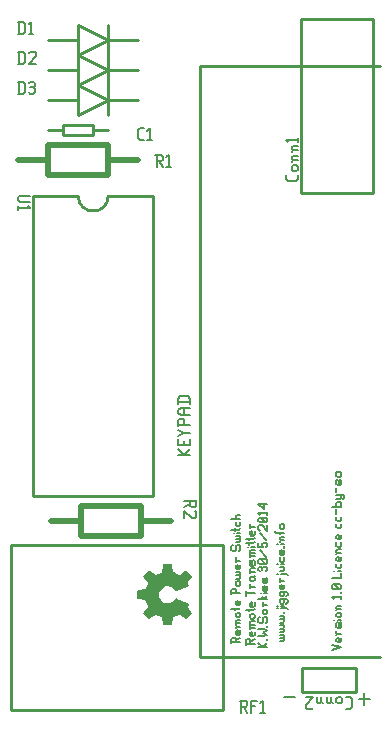
<source format=gto>
G04 start of page 8 for group -4079 idx -4079 *
G04 Title: (unknown), topsilk *
G04 Creator: pcb 20110918 *
G04 CreationDate: Fri 30 May 2014 02:00:21 GMT UTC *
G04 For: ksarkies *
G04 Format: Gerber/RS-274X *
G04 PCB-Dimensions: 129921 236220 *
G04 PCB-Coordinate-Origin: lower left *
%MOIN*%
%FSLAX25Y25*%
%LNTOPSILK*%
%ADD59C,0.0200*%
%ADD58C,0.0100*%
%ADD57C,0.0060*%
%ADD56C,0.0078*%
%ADD55C,0.0001*%
G54D55*G36*
X47927Y40271D02*Y42848D01*
X47959Y42931D01*
X48035Y42978D01*
X48274Y43027D01*
X48496Y43071D01*
X50628Y43462D01*
X50716Y43509D01*
X50774Y43592D01*
X50818Y43695D01*
X51089Y44485D01*
X51447Y45235D01*
Y45241D01*
X51485Y45328D01*
X51499Y45425D01*
X51468Y45523D01*
X50249Y47296D01*
X50124Y47487D01*
X49988Y47688D01*
X49963Y47774D01*
X49999Y47856D01*
X50329Y48187D01*
X50829Y48691D01*
X50992Y48849D01*
X51490Y49348D01*
X51647Y49510D01*
X51821Y49678D01*
X51906Y49717D01*
X51995Y49695D01*
X52196Y49559D01*
X52386Y49430D01*
X54122Y48241D01*
X54214Y48209D01*
X54311Y48224D01*
X54410Y48269D01*
X56016Y48952D01*
X56107Y48989D01*
X56185Y49052D01*
X56232Y49142D01*
X56613Y51181D01*
X56656Y51405D01*
X56699Y51648D01*
X56746Y51723D01*
X56829Y51752D01*
X59406D01*
X59495Y51723D01*
X59542Y51648D01*
X59585Y51405D01*
X59628Y51181D01*
X59997Y49202D01*
X60045Y49114D01*
X60128Y49060D01*
X60188Y49032D01*
X60199D01*
X61972Y48317D01*
X61984Y48312D01*
X62027Y48295D01*
X62128Y48278D01*
X62222Y48306D01*
X63854Y49435D01*
X64045Y49559D01*
X64246Y49700D01*
X64332Y49719D01*
X64414Y49678D01*
X64593Y49510D01*
X64750Y49348D01*
X66068Y48030D01*
X66236Y47856D01*
X66277Y47774D01*
X66259Y47688D01*
X66117Y47487D01*
X65993Y47296D01*
X64896Y45702D01*
X64867Y45603D01*
X64886Y45506D01*
X65070Y45175D01*
X65179Y44981D01*
X65357Y44634D01*
X65363Y44549D01*
X65303Y44487D01*
X64946Y44341D01*
X64739Y44253D01*
X61381Y42870D01*
X61175Y42782D01*
X60942Y42685D01*
X60847Y42681D01*
X60774Y42734D01*
X60643Y42957D01*
X60535Y43098D01*
X60089Y43634D01*
X59525Y44049D01*
X58866Y44316D01*
X58136Y44410D01*
X57561Y44352D01*
X57027Y44187D01*
X56542Y43924D01*
X56120Y43575D01*
X55771Y43155D01*
X55507Y42671D01*
X55342Y42137D01*
X55284Y41563D01*
X55342Y40988D01*
X55507Y40453D01*
X55771Y39970D01*
X56120Y39548D01*
X56542Y39200D01*
X57027Y38938D01*
X57561Y38773D01*
X58136Y38714D01*
X58866Y38807D01*
X59525Y39074D01*
X60089Y39488D01*
X60535Y40027D01*
X60643Y40163D01*
X60774Y40385D01*
X60847Y40439D01*
X60942Y40434D01*
X61175Y40337D01*
X61381Y40249D01*
X64739Y38866D01*
X64946Y38780D01*
X65303Y38632D01*
X65363Y38571D01*
X65357Y38487D01*
X65179Y38145D01*
X65070Y37944D01*
X64886Y37613D01*
X64867Y37514D01*
X64896Y37417D01*
X65993Y35823D01*
X66117Y35638D01*
X66259Y35432D01*
X66277Y35345D01*
X66236Y35263D01*
X66068Y35089D01*
X65906Y34932D01*
X65407Y34434D01*
X65249Y34271D01*
X64750Y33771D01*
X64593Y33609D01*
X64414Y33441D01*
X64332Y33402D01*
X64246Y33424D01*
X64045Y33560D01*
X63854Y33691D01*
X62222Y34813D01*
X62128Y34841D01*
X62027Y34824D01*
X61967Y34802D01*
X60193Y34092D01*
X60128Y34059D01*
X60045Y34005D01*
X59997Y33919D01*
X59628Y31938D01*
X59585Y31716D01*
X59542Y31477D01*
X59492Y31398D01*
X59406Y31369D01*
X56829D01*
X56746Y31398D01*
X56699Y31477D01*
X56650Y31716D01*
X56613Y31938D01*
X56232Y33978D01*
X56185Y34067D01*
X56102Y34130D01*
X56016Y34167D01*
X54410Y34856D01*
X54311Y34895D01*
X54214Y34912D01*
X54122Y34884D01*
X52381Y33691D01*
X52196Y33560D01*
X51995Y33424D01*
X51906Y33402D01*
X51821Y33441D01*
X51647Y33609D01*
X51490Y33771D01*
X49999Y35263D01*
X49963Y35345D01*
X49982Y35432D01*
X50118Y35638D01*
X50249Y35823D01*
X51468Y37596D01*
X51497Y37694D01*
X51479Y37792D01*
X51447Y37878D01*
X51442Y37889D01*
X51088Y38635D01*
X50813Y39425D01*
X50774Y39528D01*
X50716Y39612D01*
X50628Y39657D01*
X48496Y40055D01*
X48274Y40092D01*
X48035Y40141D01*
X47959Y40188D01*
X47927Y40271D01*
G37*
G54D56*X96821Y7426D02*X100741D01*
X123747Y8740D02*Y4820D01*
X121787Y6780D02*X125707D01*
G54D57*X95491Y26020D02*X96616D01*
X96991Y26395D01*
Y26770D02*Y26395D01*
Y26770D02*X96616Y27145D01*
X95491D02*X96616D01*
X96991Y27520D01*
Y27895D02*Y27520D01*
Y27895D02*X96616Y28270D01*
X95491D02*X96616D01*
X95491Y29170D02*X96616D01*
X96991Y29545D01*
Y29920D02*Y29545D01*
Y29920D02*X96616Y30295D01*
X95491D02*X96616D01*
X96991Y30670D01*
Y31045D02*Y30670D01*
Y31045D02*X96616Y31420D01*
X95491D02*X96616D01*
X95491Y32320D02*X96616D01*
X96991Y32695D01*
Y33070D02*Y32695D01*
Y33070D02*X96616Y33445D01*
X95491D02*X96616D01*
X96991Y33820D01*
Y34195D02*Y33820D01*
Y34195D02*X96616Y34570D01*
X95491D02*X96616D01*
X96991Y35845D02*Y35470D01*
X94741Y37120D02*X94816D01*
X95866D02*X97741D01*
X98116Y36745D02*X97741Y37120D01*
X94741Y37870D02*X94816D01*
X95866D02*X96991D01*
X95491Y39745D02*X95866Y40120D01*
X95491Y39745D02*Y38995D01*
X95866Y38620D02*X95491Y38995D01*
X95866Y38620D02*X96616D01*
X96991Y38995D01*
Y39745D02*Y38995D01*
Y39745D02*X96616Y40120D01*
X97741Y38620D02*X98116Y38995D01*
Y39745D02*Y38995D01*
Y39745D02*X97741Y40120D01*
X95491D02*X97741D01*
X95491Y42145D02*X95866Y42520D01*
X95491Y42145D02*Y41395D01*
X95866Y41020D02*X95491Y41395D01*
X95866Y41020D02*X96616D01*
X96991Y41395D01*
Y42145D02*Y41395D01*
Y42145D02*X96616Y42520D01*
X97741Y41020D02*X98116Y41395D01*
Y42145D02*Y41395D01*
Y42145D02*X97741Y42520D01*
X95491D02*X97741D01*
X96991Y44920D02*Y43795D01*
X96616Y43420D02*X96991Y43795D01*
X95866Y43420D02*X96616D01*
X95866D02*X95491Y43795D01*
Y44545D02*Y43795D01*
Y44545D02*X95866Y44920D01*
X96241D02*Y43420D01*
X95866Y44920D02*X96241D01*
X95866Y46195D02*X96991D01*
X95866D02*X95491Y46570D01*
Y47320D02*Y46570D01*
Y45820D02*X95866Y46195D01*
X94741Y48596D02*X94816D01*
X95866D02*X97741D01*
X98116Y48220D02*X97741Y48596D01*
X95491Y49346D02*X96616D01*
X96991Y49721D01*
Y50471D02*Y49721D01*
Y50471D02*X96616Y50846D01*
X95491D02*X96616D01*
X94741Y51746D02*X94816D01*
X95866D02*X96991D01*
X95491Y53996D02*Y52871D01*
X95866Y52496D02*X95491Y52871D01*
X95866Y52496D02*X96616D01*
X96991Y52871D01*
Y53996D02*Y52871D01*
Y56396D02*Y55271D01*
X96616Y54896D02*X96991Y55271D01*
X95866Y54896D02*X96616D01*
X95866D02*X95491Y55271D01*
Y56021D02*Y55271D01*
Y56021D02*X95866Y56396D01*
X96241D02*Y54896D01*
X95866Y56396D02*X96241D01*
X96991Y57671D02*Y57296D01*
X94741Y58571D02*X94816D01*
X95866D02*X96991D01*
X95866Y59696D02*X96991D01*
X95866D02*X95491Y60071D01*
Y60446D02*Y60071D01*
Y60446D02*X95866Y60821D01*
X96991D01*
X95491Y59321D02*X95866Y59696D01*
X94366Y62096D02*X96991D01*
X94366D02*X93991Y62471D01*
Y62846D02*Y62471D01*
X95491D02*Y61721D01*
X95866Y63596D02*X96616D01*
X95866D02*X95491Y63971D01*
Y64721D02*Y63971D01*
Y64721D02*X95866Y65096D01*
X96616D01*
X96991Y64721D02*X96616Y65096D01*
X96991Y64721D02*Y63971D01*
X96616Y63596D02*X96991Y63971D01*
X112891Y23320D02*X115891Y24070D01*
X112891Y24820D01*
X115891Y27220D02*Y26095D01*
X115516Y25720D02*X115891Y26095D01*
X114766Y25720D02*X115516D01*
X114766D02*X114391Y26095D01*
Y26845D02*Y26095D01*
Y26845D02*X114766Y27220D01*
X115141D02*Y25720D01*
X114766Y27220D02*X115141D01*
X114766Y28495D02*X115891D01*
X114766D02*X114391Y28870D01*
Y29620D02*Y28870D01*
Y28120D02*X114766Y28495D01*
X115891Y32020D02*Y30895D01*
Y32020D02*X115516Y32395D01*
X115141Y32020D02*X115516Y32395D01*
X115141Y32020D02*Y30895D01*
X114766Y30520D02*X115141Y30895D01*
X114766Y30520D02*X114391Y30895D01*
Y32020D02*Y30895D01*
Y32020D02*X114766Y32395D01*
X115516Y30520D02*X115891Y30895D01*
X113641Y33295D02*X113716D01*
X114766D02*X115891D01*
X114766Y34045D02*X115516D01*
X114766D02*X114391Y34420D01*
Y35170D02*Y34420D01*
Y35170D02*X114766Y35545D01*
X115516D01*
X115891Y35170D02*X115516Y35545D01*
X115891Y35170D02*Y34420D01*
X115516Y34045D02*X115891Y34420D01*
X114766Y36820D02*X115891D01*
X114766D02*X114391Y37195D01*
Y37570D02*Y37195D01*
Y37570D02*X114766Y37945D01*
X115891D01*
X114391Y36445D02*X114766Y36820D01*
X113491Y40195D02*X112891Y40795D01*
X115891D01*
Y41320D02*Y40195D01*
Y42595D02*Y42220D01*
X115516Y43495D02*X115891Y43870D01*
X113266Y43495D02*X115516D01*
X113266D02*X112891Y43870D01*
Y44620D02*Y43870D01*
Y44620D02*X113266Y44995D01*
X115516D01*
X115891Y44620D02*X115516Y44995D01*
X115891Y44620D02*Y43870D01*
X115141Y43495D02*X113641Y44995D01*
X112891Y47246D02*X115891D01*
Y48746D02*Y47246D01*
X113641Y49646D02*X113716D01*
X114766D02*X115891D01*
X114391Y51896D02*Y50771D01*
X114766Y50396D02*X114391Y50771D01*
X114766Y50396D02*X115516D01*
X115891Y50771D01*
Y51896D02*Y50771D01*
Y54296D02*Y53171D01*
X115516Y52796D02*X115891Y53171D01*
X114766Y52796D02*X115516D01*
X114766D02*X114391Y53171D01*
Y53921D02*Y53171D01*
Y53921D02*X114766Y54296D01*
X115141D02*Y52796D01*
X114766Y54296D02*X115141D01*
X114766Y55571D02*X115891D01*
X114766D02*X114391Y55946D01*
Y56321D02*Y55946D01*
Y56321D02*X114766Y56696D01*
X115891D01*
X114391Y55196D02*X114766Y55571D01*
X114391Y59096D02*Y57971D01*
X114766Y57596D02*X114391Y57971D01*
X114766Y57596D02*X115516D01*
X115891Y57971D01*
Y59096D02*Y57971D01*
Y61496D02*Y60371D01*
X115516Y59996D02*X115891Y60371D01*
X114766Y59996D02*X115516D01*
X114766D02*X114391Y60371D01*
Y61121D02*Y60371D01*
Y61121D02*X114766Y61496D01*
X115141D02*Y59996D01*
X114766Y61496D02*X115141D01*
X114391Y65246D02*Y64121D01*
X114766Y63746D02*X114391Y64121D01*
X114766Y63746D02*X115516D01*
X115891Y64121D01*
Y65246D02*Y64121D01*
X114391Y67646D02*Y66521D01*
X114766Y66146D02*X114391Y66521D01*
X114766Y66146D02*X115516D01*
X115891Y66521D01*
Y67646D02*Y66521D01*
X114391Y70046D02*Y68546D01*
X112891Y70946D02*X115891D01*
X115516D02*X115891Y71321D01*
Y72071D02*Y71321D01*
Y72071D02*X115516Y72446D01*
X114766D02*X115516D01*
X114391Y72071D02*X114766Y72446D01*
X114391Y72071D02*Y71321D01*
X114766Y70946D02*X114391Y71321D01*
Y73346D02*X115516D01*
X115891Y73721D01*
X114391Y74846D02*X116641D01*
X117016Y74471D02*X116641Y74846D01*
X117016Y74471D02*Y73721D01*
X116641Y73346D02*X117016Y73721D01*
X115891Y74471D02*Y73721D01*
Y74471D02*X115516Y74846D01*
X114391Y77246D02*Y75746D01*
X115891Y79646D02*Y78521D01*
Y79646D02*X115516Y80021D01*
X115141Y79646D02*X115516Y80021D01*
X115141Y79646D02*Y78521D01*
X114766Y78146D02*X115141Y78521D01*
X114766Y78146D02*X114391Y78521D01*
Y79646D02*Y78521D01*
Y79646D02*X114766Y80021D01*
X115516Y78146D02*X115891Y78521D01*
X114391Y82046D02*X114766Y82421D01*
X114391Y82046D02*Y81296D01*
X114766Y80921D02*X114391Y81296D01*
X114766Y80921D02*X115516D01*
X115891Y81296D01*
X114391Y82421D02*X115516D01*
X115891Y82796D01*
Y82046D02*Y81296D01*
Y82046D02*X115516Y82421D01*
X88391Y24120D02*X91391D01*
X89891D02*X88391Y25620D01*
X89891Y24120D02*X91391Y25620D01*
Y26895D02*Y26520D01*
X88391Y27795D02*X89891D01*
X91391Y28170D01*
X89891Y28920D01*
X91391Y29670D01*
X89891Y30045D01*
X88391D02*X89891D01*
X91391Y31320D02*Y30945D01*
X88391Y33720D02*X88766Y34095D01*
X88391Y33720D02*Y32595D01*
X88766Y32220D02*X88391Y32595D01*
X88766Y32220D02*X89516D01*
X89891Y32595D01*
Y33720D02*Y32595D01*
Y33720D02*X90266Y34095D01*
X91016D01*
X91391Y33720D02*X91016Y34095D01*
X91391Y33720D02*Y32595D01*
X91016Y32220D02*X91391Y32595D01*
X89891Y36120D02*X90266Y36495D01*
X89891Y36120D02*Y35370D01*
X90266Y34995D02*X89891Y35370D01*
X90266Y34995D02*X91016D01*
X91391Y35370D01*
X89891Y36495D02*X91016D01*
X91391Y36870D01*
Y36120D02*Y35370D01*
Y36120D02*X91016Y36495D01*
X90266Y38145D02*X91391D01*
X90266D02*X89891Y38520D01*
Y39270D02*Y38520D01*
Y37770D02*X90266Y38145D01*
X88391Y40170D02*X91391D01*
X90266D02*X91391Y41295D01*
X90266Y40170D02*X89516Y40920D01*
X89141Y42195D02*X89216D01*
X90266D02*X91391D01*
Y44445D02*Y43320D01*
X91016Y42945D02*X91391Y43320D01*
X90266Y42945D02*X91016D01*
X90266D02*X89891Y43320D01*
Y44070D02*Y43320D01*
Y44070D02*X90266Y44445D01*
X90641D02*Y42945D01*
X90266Y44445D02*X90641D01*
X91391Y46846D02*Y45720D01*
Y46846D02*X91016Y47220D01*
X90641Y46846D02*X91016Y47220D01*
X90641Y46846D02*Y45720D01*
X90266Y45346D02*X90641Y45720D01*
X90266Y45346D02*X89891Y45720D01*
Y46846D02*Y45720D01*
Y46846D02*X90266Y47220D01*
X91016Y45346D02*X91391Y45720D01*
X88766Y49471D02*X88391Y49846D01*
Y50596D02*Y49846D01*
Y50596D02*X88766Y50971D01*
X91391Y50596D02*X91016Y50971D01*
X91391Y50596D02*Y49846D01*
X91016Y49471D02*X91391Y49846D01*
X89741Y50596D02*Y49846D01*
X88766Y50971D02*X89366D01*
X90116D02*X91016D01*
X90116D02*X89741Y50596D01*
X89366Y50971D02*X89741Y50596D01*
X91016Y51871D02*X91391Y52246D01*
X88766Y51871D02*X91016D01*
X88766D02*X88391Y52246D01*
Y52996D02*Y52246D01*
Y52996D02*X88766Y53371D01*
X91016D01*
X91391Y52996D02*X91016Y53371D01*
X91391Y52996D02*Y52246D01*
X90641Y51871D02*X89141Y53371D01*
X91016Y54271D02*X88766Y56521D01*
X88391Y58921D02*Y57421D01*
X89891D01*
X89516Y57796D01*
Y58546D02*Y57796D01*
Y58546D02*X89891Y58921D01*
X91016D01*
X91391Y58546D02*X91016Y58921D01*
X91391Y58546D02*Y57796D01*
X91016Y57421D02*X91391Y57796D01*
X91016Y59821D02*X88766Y62071D01*
Y62971D02*X88391Y63346D01*
Y64471D02*Y63346D01*
Y64471D02*X88766Y64846D01*
X89516D01*
X91391Y62971D02*X89516Y64846D01*
X91391D02*Y62971D01*
X91016Y65746D02*X91391Y66121D01*
X88766Y65746D02*X91016D01*
X88766D02*X88391Y66121D01*
Y66871D02*Y66121D01*
Y66871D02*X88766Y67246D01*
X91016D01*
X91391Y66871D02*X91016Y67246D01*
X91391Y66871D02*Y66121D01*
X90641Y65746D02*X89141Y67246D01*
X88991Y68146D02*X88391Y68746D01*
X91391D01*
Y69271D02*Y68146D01*
X90266Y70171D02*X88391Y71671D01*
X90266Y72046D02*Y70171D01*
X88391Y71671D02*X91391D01*
X84091Y26420D02*Y24920D01*
Y26420D02*X84466Y26795D01*
X85216D01*
X85591Y26420D02*X85216Y26795D01*
X85591Y26420D02*Y25295D01*
X84091D02*X87091D01*
X85591Y25895D02*X87091Y26795D01*
Y29195D02*Y28070D01*
X86716Y27695D02*X87091Y28070D01*
X85966Y27695D02*X86716D01*
X85966D02*X85591Y28070D01*
Y28820D02*Y28070D01*
Y28820D02*X85966Y29195D01*
X86341D02*Y27695D01*
X85966Y29195D02*X86341D01*
X85966Y30470D02*X87091D01*
X85966D02*X85591Y30845D01*
Y31220D02*Y30845D01*
Y31220D02*X85966Y31595D01*
X87091D01*
X85966D02*X85591Y31970D01*
Y32345D02*Y31970D01*
Y32345D02*X85966Y32720D01*
X87091D01*
X85591Y30095D02*X85966Y30470D01*
Y33620D02*X86716D01*
X85966D02*X85591Y33995D01*
Y34745D02*Y33995D01*
Y34745D02*X85966Y35120D01*
X86716D01*
X87091Y34745D02*X86716Y35120D01*
X87091Y34745D02*Y33995D01*
X86716Y33620D02*X87091Y33995D01*
X84091Y36395D02*X86716D01*
X87091Y36770D01*
X85216D02*Y36020D01*
X87091Y39020D02*Y37895D01*
X86716Y37520D02*X87091Y37895D01*
X85966Y37520D02*X86716D01*
X85966D02*X85591Y37895D01*
Y38645D02*Y37895D01*
Y38645D02*X85966Y39020D01*
X86341D02*Y37520D01*
X85966Y39020D02*X86341D01*
X84091Y42770D02*Y41270D01*
Y42020D02*X87091D01*
X85966Y44045D02*X87091D01*
X85966D02*X85591Y44420D01*
Y45170D02*Y44420D01*
Y43670D02*X85966Y44045D01*
X85591Y47195D02*X85966Y47570D01*
X85591Y47195D02*Y46445D01*
X85966Y46070D02*X85591Y46445D01*
X85966Y46070D02*X86716D01*
X87091Y46445D01*
X85591Y47570D02*X86716D01*
X87091Y47945D01*
Y47195D02*Y46445D01*
Y47195D02*X86716Y47570D01*
X85966Y49220D02*X87091D01*
X85966D02*X85591Y49595D01*
Y49970D02*Y49595D01*
Y49970D02*X85966Y50345D01*
X87091D01*
X85591Y48845D02*X85966Y49220D01*
X87091Y52746D02*Y51621D01*
Y52746D02*X86716Y53121D01*
X86341Y52746D02*X86716Y53121D01*
X86341Y52746D02*Y51621D01*
X85966Y51246D02*X86341Y51621D01*
X85966Y51246D02*X85591Y51621D01*
Y52746D02*Y51621D01*
Y52746D02*X85966Y53121D01*
X86716Y51246D02*X87091Y51621D01*
X85966Y54396D02*X87091D01*
X85966D02*X85591Y54771D01*
Y55146D02*Y54771D01*
Y55146D02*X85966Y55521D01*
X87091D01*
X85966D02*X85591Y55896D01*
Y56271D02*Y55896D01*
Y56271D02*X85966Y56646D01*
X87091D01*
X85591Y54021D02*X85966Y54396D01*
X84841Y57546D02*X84916D01*
X85966D02*X87091D01*
X84091Y58671D02*X86716D01*
X87091Y59046D01*
X85216D02*Y58296D01*
X84091Y60171D02*X86716D01*
X87091Y60546D01*
X85216D02*Y59796D01*
X87091Y62796D02*Y61671D01*
X86716Y61296D02*X87091Y61671D01*
X85966Y61296D02*X86716D01*
X85966D02*X85591Y61671D01*
Y62421D02*Y61671D01*
Y62421D02*X85966Y62796D01*
X86341D02*Y61296D01*
X85966Y62796D02*X86341D01*
X85966Y64071D02*X87091D01*
X85966D02*X85591Y64446D01*
Y65196D02*Y64446D01*
Y63696D02*X85966Y64071D01*
X79391Y26920D02*Y25420D01*
Y26920D02*X79766Y27295D01*
X80516D01*
X80891Y26920D02*X80516Y27295D01*
X80891Y26920D02*Y25795D01*
X79391D02*X82391D01*
X80891Y26395D02*X82391Y27295D01*
Y29695D02*Y28570D01*
X82016Y28195D02*X82391Y28570D01*
X81266Y28195D02*X82016D01*
X81266D02*X80891Y28570D01*
Y29320D02*Y28570D01*
Y29320D02*X81266Y29695D01*
X81641D02*Y28195D01*
X81266Y29695D02*X81641D01*
X81266Y30970D02*X82391D01*
X81266D02*X80891Y31345D01*
Y31720D02*Y31345D01*
Y31720D02*X81266Y32095D01*
X82391D01*
X81266D02*X80891Y32470D01*
Y32845D02*Y32470D01*
Y32845D02*X81266Y33220D01*
X82391D01*
X80891Y30595D02*X81266Y30970D01*
Y34120D02*X82016D01*
X81266D02*X80891Y34495D01*
Y35245D02*Y34495D01*
Y35245D02*X81266Y35620D01*
X82016D01*
X82391Y35245D02*X82016Y35620D01*
X82391Y35245D02*Y34495D01*
X82016Y34120D02*X82391Y34495D01*
X79391Y36895D02*X82016D01*
X82391Y37270D01*
X80516D02*Y36520D01*
X82391Y39520D02*Y38395D01*
X82016Y38020D02*X82391Y38395D01*
X81266Y38020D02*X82016D01*
X81266D02*X80891Y38395D01*
Y39145D02*Y38395D01*
Y39145D02*X81266Y39520D01*
X81641D02*Y38020D01*
X81266Y39520D02*X81641D01*
X79391Y42145D02*X82391D01*
X79391Y43270D02*Y41770D01*
Y43270D02*X79766Y43645D01*
X80516D01*
X80891Y43270D02*X80516Y43645D01*
X80891Y43270D02*Y42145D01*
X81266Y44545D02*X82016D01*
X81266D02*X80891Y44920D01*
Y45670D02*Y44920D01*
Y45670D02*X81266Y46045D01*
X82016D01*
X82391Y45670D02*X82016Y46045D01*
X82391Y45670D02*Y44920D01*
X82016Y44545D02*X82391Y44920D01*
X80891Y46945D02*X82016D01*
X82391Y47320D01*
Y47695D02*Y47320D01*
Y47695D02*X82016Y48070D01*
X80891D02*X82016D01*
X82391Y48445D01*
Y48820D02*Y48445D01*
Y48820D02*X82016Y49195D01*
X80891D02*X82016D01*
X82391Y51595D02*Y50470D01*
X82016Y50095D02*X82391Y50470D01*
X81266Y50095D02*X82016D01*
X81266D02*X80891Y50470D01*
Y51220D02*Y50470D01*
Y51220D02*X81266Y51595D01*
X81641D02*Y50095D01*
X81266Y51595D02*X81641D01*
X81266Y52871D02*X82391D01*
X81266D02*X80891Y53246D01*
Y53996D02*Y53246D01*
Y52496D02*X81266Y52871D01*
X79391Y57746D02*X79766Y58121D01*
X79391Y57746D02*Y56621D01*
X79766Y56246D02*X79391Y56621D01*
X79766Y56246D02*X80516D01*
X80891Y56621D01*
Y57746D02*Y56621D01*
Y57746D02*X81266Y58121D01*
X82016D01*
X82391Y57746D02*X82016Y58121D01*
X82391Y57746D02*Y56621D01*
X82016Y56246D02*X82391Y56621D01*
X80891Y59021D02*X82016D01*
X82391Y59396D01*
Y59771D02*Y59396D01*
Y59771D02*X82016Y60146D01*
X80891D02*X82016D01*
X82391Y60521D01*
Y60896D02*Y60521D01*
Y60896D02*X82016Y61271D01*
X80891D02*X82016D01*
X80141Y62171D02*X80216D01*
X81266D02*X82391D01*
X79391Y63296D02*X82016D01*
X82391Y63671D01*
X80516D02*Y62921D01*
X80891Y65921D02*Y64796D01*
X81266Y64421D02*X80891Y64796D01*
X81266Y64421D02*X82016D01*
X82391Y64796D01*
Y65921D02*Y64796D01*
X79391Y66821D02*X82391D01*
X81266D02*X80891Y67196D01*
Y67946D02*Y67196D01*
Y67946D02*X81266Y68321D01*
X82391D01*
G54D58*X69041Y217694D02*Y20844D01*
Y217694D02*X129041D01*
X69041Y20844D02*X129041D01*
G54D59*X18144Y191454D02*X38144D01*
Y181454D01*
X18144D01*
Y191454D01*
X8144Y186454D02*X18144D01*
X38144D02*X48144D01*
G54D58*X18144Y196454D02*X23144D01*
X33144D02*X38144D01*
X23144Y198054D02*X33144D01*
Y194854D01*
X23144D01*
Y198054D01*
X13344Y174492D02*Y74492D01*
X53344D01*
Y174492D01*
X13344D02*X28344D01*
X38344D02*X53344D01*
X28344D02*G75*G03X38344Y174492I5000J0D01*G01*
X38144Y206517D02*X48144D01*
X18144D02*X28144D01*
X38144D02*X28144Y201517D01*
Y211517D02*Y201517D01*
Y211517D02*X38144Y206517D01*
Y211517D02*Y201517D01*
X5861Y58265D02*Y3147D01*
X76727D01*
Y58265D01*
X5861D01*
X120792Y17223D02*Y9223D01*
X102792Y17223D02*X120792D01*
X102792D02*Y9223D01*
X120792D01*
G54D59*X29338Y61017D02*X49338D01*
X29338Y71017D02*Y61017D01*
Y71017D02*X49338D01*
Y61017D01*
Y66017D02*X59338D01*
X19338D02*X29338D01*
G54D58*X102541Y233574D02*Y175574D01*
Y233574D02*X126541D01*
Y175574D01*
X102541D02*X126541D01*
X38144Y226517D02*X48144D01*
X18144D02*X28144D01*
X38144D02*X28144Y221517D01*
Y231517D02*Y221517D01*
Y231517D02*X38144Y226517D01*
Y231517D02*Y221517D01*
Y216517D02*X48144D01*
X18144D02*X28144D01*
X38144D02*X28144Y211517D01*
Y221517D02*Y211517D01*
Y221517D02*X38144Y216517D01*
Y221517D02*Y211517D01*
G54D57*X53944Y188154D02*X55944D01*
X56444Y187654D01*
Y186654D01*
X55944Y186154D02*X56444Y186654D01*
X54444Y186154D02*X55944D01*
X54444Y188154D02*Y184154D01*
X55244Y186154D02*X56444Y184154D01*
X57644Y187354D02*X58444Y188154D01*
Y184154D01*
X57644D02*X59144D01*
X48844Y193054D02*X50144D01*
X48144Y193754D02*X48844Y193054D01*
X48144Y196354D02*Y193754D01*
Y196354D02*X48844Y197054D01*
X50144D01*
X51344Y196254D02*X52144Y197054D01*
Y193054D01*
X51344D02*X52844D01*
X8844Y174492D02*X12344D01*
X8844D02*X8344Y173992D01*
Y172992D01*
X8844Y172492D01*
X12344D01*
X11544Y171292D02*X12344Y170492D01*
X8344D02*X12344D01*
X8344Y171292D02*Y169792D01*
X117492Y7423D02*X118792D01*
X119492Y6723D02*X118792Y7423D01*
X119492Y6723D02*Y4123D01*
X118792Y3423D01*
X117492D02*X118792D01*
X116292Y6923D02*Y5923D01*
X115792Y5423D01*
X114792D02*X115792D01*
X114792D02*X114292Y5923D01*
Y6923D02*Y5923D01*
X114792Y7423D02*X114292Y6923D01*
X114792Y7423D02*X115792D01*
X116292Y6923D02*X115792Y7423D01*
X112592D02*Y5923D01*
X112092Y5423D01*
X111592D02*X112092D01*
X111592D02*X111092Y5923D01*
Y7423D02*Y5923D01*
X113092Y5423D02*X112592Y5923D01*
X109392Y7423D02*Y5923D01*
X108892Y5423D01*
X108392D02*X108892D01*
X108392D02*X107892Y5923D01*
Y7423D02*Y5923D01*
X109892Y5423D02*X109392Y5923D01*
X106692Y3923D02*X106192Y3423D01*
X104692D02*X106192D01*
X104692D02*X104192Y3923D01*
Y4923D02*Y3923D01*
X106692Y7423D02*X104192Y4923D01*
Y7423D02*X106692D01*
X82158Y6262D02*X84158D01*
X84658Y5762D01*
Y4762D01*
X84158Y4262D02*X84658Y4762D01*
X82658Y4262D02*X84158D01*
X82658Y6262D02*Y2262D01*
X83458Y4262D02*X84658Y2262D01*
X85858Y6262D02*Y2262D01*
Y6262D02*X87858D01*
X85858Y4462D02*X87358D01*
X89058Y5462D02*X89858Y6262D01*
Y2262D01*
X89058D02*X90558D01*
X67645Y73228D02*Y71228D01*
X67145Y70728D01*
X66145D02*X67145D01*
X65645Y71228D02*X66145Y70728D01*
X65645Y72728D02*Y71228D01*
X63645Y72728D02*X67645D01*
X65645Y71928D02*X63645Y70728D01*
X67145Y69528D02*X67645Y69028D01*
Y67528D01*
X67145Y67028D01*
X66145D02*X67145D01*
X63645Y69528D02*X66145Y67028D01*
X63645Y69528D02*Y67028D01*
X61641Y88169D02*X65641D01*
X63641D02*X61641Y90169D01*
X63641Y88169D02*X65641Y90169D01*
X63441Y92869D02*Y91369D01*
X65641Y93369D02*Y91369D01*
X61641D02*X65641D01*
X61641Y93369D02*Y91369D01*
Y94569D02*X63641Y95569D01*
X61641Y96569D01*
X63641Y95569D02*X65641D01*
X61641Y98269D02*X65641D01*
X61641Y99769D02*Y97769D01*
Y99769D02*X62141Y100269D01*
X63141D01*
X63641Y99769D02*X63141Y100269D01*
X63641Y99769D02*Y98269D01*
X62641Y101469D02*X65641D01*
X62641D02*X61641Y102169D01*
Y103269D02*Y102169D01*
Y103269D02*X62641Y103969D01*
X65641D01*
X63641D02*Y101469D01*
X61641Y105669D02*X65641D01*
X61641Y106969D02*X62341Y107669D01*
X64941D01*
X65641Y106969D02*X64941Y107669D01*
X65641Y106969D02*Y105169D01*
X61641Y106969D02*Y105169D01*
X101541Y181574D02*Y180274D01*
X100841Y179574D02*X101541Y180274D01*
X98241Y179574D02*X100841D01*
X98241D02*X97541Y180274D01*
Y181574D02*Y180274D01*
X100041Y182774D02*X101041D01*
X100041D02*X99541Y183274D01*
Y184274D02*Y183274D01*
Y184274D02*X100041Y184774D01*
X101041D01*
X101541Y184274D02*X101041Y184774D01*
X101541Y184274D02*Y183274D01*
X101041Y182774D02*X101541Y183274D01*
X100041Y186474D02*X101541D01*
X100041D02*X99541Y186974D01*
Y187474D02*Y186974D01*
Y187474D02*X100041Y187974D01*
X101541D01*
X99541Y185974D02*X100041Y186474D01*
Y189674D02*X101541D01*
X100041D02*X99541Y190174D01*
Y190674D02*Y190174D01*
Y190674D02*X100041Y191174D01*
X101541D01*
X99541Y189174D02*X100041Y189674D01*
X98341Y192375D02*X97541Y193175D01*
X101541D01*
Y193875D02*Y192375D01*
X8644Y232517D02*Y228517D01*
X9944Y232517D02*X10644Y231817D01*
Y229217D01*
X9944Y228517D02*X10644Y229217D01*
X8144Y228517D02*X9944D01*
X8144Y232517D02*X9944D01*
X11844Y231717D02*X12644Y232517D01*
Y228517D01*
X11844D02*X13344D01*
X8644Y222517D02*Y218517D01*
X9944Y222517D02*X10644Y221817D01*
Y219217D01*
X9944Y218517D02*X10644Y219217D01*
X8144Y218517D02*X9944D01*
X8144Y222517D02*X9944D01*
X11844Y222017D02*X12344Y222517D01*
X13844D01*
X14344Y222017D01*
Y221017D01*
X11844Y218517D02*X14344Y221017D01*
X11844Y218517D02*X14344D01*
X8644Y212517D02*Y208517D01*
X9944Y212517D02*X10644Y211817D01*
Y209217D01*
X9944Y208517D02*X10644Y209217D01*
X8144Y208517D02*X9944D01*
X8144Y212517D02*X9944D01*
X11844Y212017D02*X12344Y212517D01*
X13344D01*
X13844Y212017D01*
X13344Y208517D02*X13844Y209017D01*
X12344Y208517D02*X13344D01*
X11844Y209017D02*X12344Y208517D01*
Y210717D02*X13344D01*
X13844Y212017D02*Y211217D01*
Y210217D02*Y209017D01*
Y210217D02*X13344Y210717D01*
X13844Y211217D02*X13344Y210717D01*
M02*

</source>
